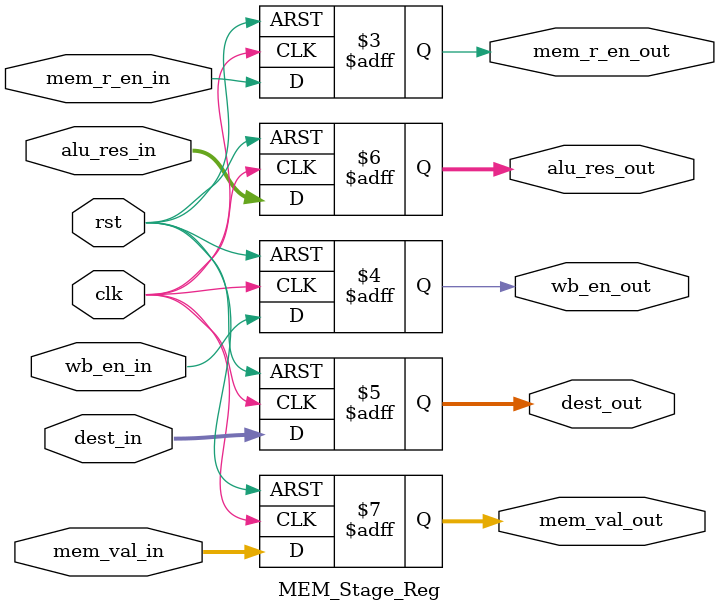
<source format=v>
module MEM_Stage_Reg (
    clk, rst,
    mem_r_en_in, wb_en_in,
    dest_in,
    alu_res_in, mem_val_in,
    mem_r_en_out, wb_en_out,
    dest_out,
    alu_res_out, mem_val_out
);
    input clk, rst;
    input mem_r_en_in, wb_en_in;
    input [3:0] dest_in;
    input [31:0] alu_res_in, mem_val_in;
    output reg mem_r_en_out, wb_en_out;
    output reg [3:0] dest_out;
    output reg [31:0] alu_res_out, mem_val_out;

    always @(posedge clk, posedge rst) begin
        if (rst == 1'b1) begin
            mem_r_en_out <= 1'b0;
            wb_en_out <= 1'b0;
            dest_out <= 4'b0;
            alu_res_out <= 32'b0;
            mem_val_out <= 32'b0;
        end
        else begin
            mem_r_en_out <= mem_r_en_in;
            wb_en_out <= wb_en_in;
            dest_out <= dest_in;
            alu_res_out <= alu_res_in;
            mem_val_out <= mem_val_in;
        end
    end
endmodule
</source>
